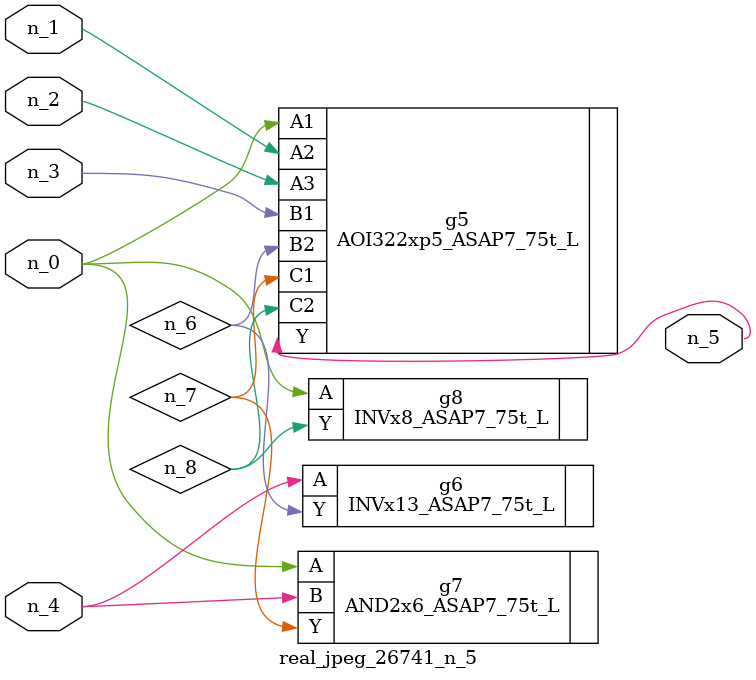
<source format=v>
module real_jpeg_26741_n_5 (n_4, n_0, n_1, n_2, n_3, n_5);

input n_4;
input n_0;
input n_1;
input n_2;
input n_3;

output n_5;

wire n_8;
wire n_6;
wire n_7;

AOI322xp5_ASAP7_75t_L g5 ( 
.A1(n_0),
.A2(n_1),
.A3(n_2),
.B1(n_3),
.B2(n_6),
.C1(n_7),
.C2(n_8),
.Y(n_5)
);

AND2x6_ASAP7_75t_L g7 ( 
.A(n_0),
.B(n_4),
.Y(n_7)
);

INVx8_ASAP7_75t_L g8 ( 
.A(n_0),
.Y(n_8)
);

INVx13_ASAP7_75t_L g6 ( 
.A(n_4),
.Y(n_6)
);


endmodule
</source>
